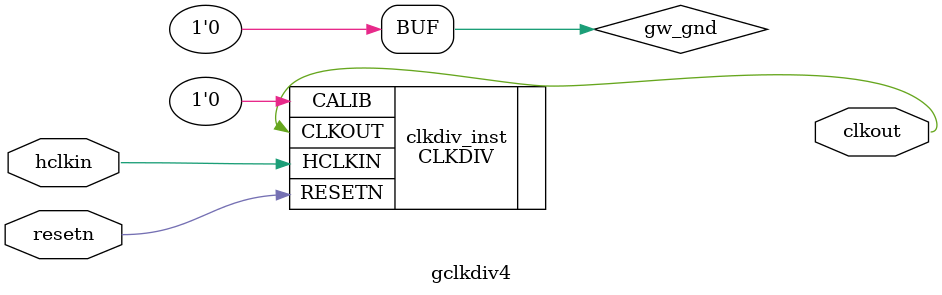
<source format=v>

module gclkdiv4 (clkout, hclkin, resetn);

output clkout;
input hclkin;
input resetn;

wire gw_gnd;

assign gw_gnd = 1'b0;

CLKDIV clkdiv_inst (
    .CLKOUT(clkout),
    .HCLKIN(hclkin),
    .RESETN(resetn),
    .CALIB(gw_gnd)
);

defparam clkdiv_inst.DIV_MODE = "4";
defparam clkdiv_inst.GSREN = "false";

endmodule //gclkdiv4

</source>
